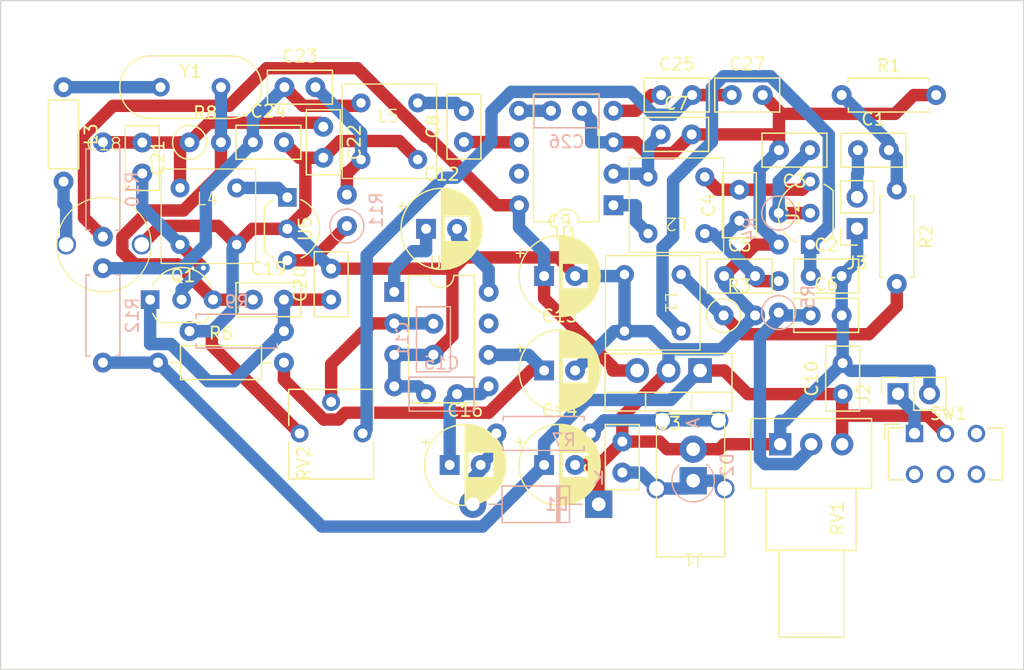
<source format=kicad_pcb>
(kicad_pcb (version 20221018) (generator pcbnew)
  (layers (0 "F.Cu" signal) (31 "B.Cu" signal) (34 "B.Paste" user) (35 "F.Paste" user) (36 "B.SilkS" user "B.Silkscreen") (37 "F.SilkS" user "F.Silkscreen") (38 "B.Mask" user) (39 "F.Mask" user) (44 "Edge.Cuts" user))
  (net 0 "")
  (net 1 "Net-(J3-Pin_2)")
  (net 2 "Net-(C1-Pad2)")
  (net 3 "Net-(U2-G)")
  (net 4 "GND")
  (net 5 "Net-(U2-S)")
  (net 6 "Net-(C4-Pad1)")
  (net 7 "Net-(U2-D)")
  (net 8 "Net-(C6-Pad1)")
  (net 9 "Net-(U1-IN_B)")
  (net 10 "Net-(U1-OSC_B)")
  (net 11 "Lo.")
  (net 12 "5v")
  (net 13 "9v")
  (net 14 "Net-(U4--)")
  (net 15 "Net-(C12-Pad1)")
  (net 16 "Net-(C12-Pad2)")
  (net 17 "Net-(U4-V+)")
  (net 18 "Net-(C15-Pad1)")
  (net 19 "Net-(D1-A)")
  (net 20 "Net-(C18-Pad1)")
  (net 21 "Net-(Q1-B)")
  (net 22 "Net-(Q1-E)")
  (net 23 "Net-(C21-Pad1)")
  (net 24 "Net-(Q1-C)")
  (net 25 "Net-(C23-Pad1)")
  (net 26 "Net-(C23-Pad2)")
  (net 27 "Net-(U1-OUT_A)")
  (net 28 "AF")
  (net 29 "Net-(U1-OUT_B)")
  (net 30 "Net-(J1-Pad2)")
  (net 31 "Net-(J2-Pin_1)")
  (net 32 "Net-(L1-Pad2)")
  (net 33 "Net-(U1-IN_A)")
  (net 34 "Net-(L3-Pad1)")
  (net 35 "Net-(U5-G)")
  (net 36 "Net-(U5-D)")
  (footprint "Package_TO_SOT_THT:TO-92_Inline_Wide" (layer "F.Cu") (at 91.36 43.18 90)
    (fp_text reference "U2")
    (fp_text value "2SK439")
  )
  (footprint "Capacitor_THT:C_Disc_D5.0mm_W2.5mm_P2.50mm" (layer "F.Cu") (at 91.34 35.56 180)
    (fp_text reference "C3")
    (fp_text value "0.001u")
  )
  (footprint "Package_TO_SOT_THT:TO-220-3_Vertical" (layer "F.Cu") (at 82.47 53.34 180)
    (fp_text reference "U3")
    (fp_text value "L7805")
  )
  (footprint "Package_DIP:DIP-8_W7.62mm" (layer "F.Cu") (at 75.485 40.005 180)
    (fp_text reference "U1")
    (fp_text value "NE612")
  )
  (footprint "Capacitor_THT:C_Disc_D5.0mm_W2.5mm_P2.50mm" (layer "F.Cu") (at 93.98 55.245 90)
    (fp_text reference "C10")
    (fp_text value "0.1u")
  )
  (footprint "Potentiometer_THT:Potentiometer_Vishay_T73YP_Vertical" (layer "F.Cu") (at 55.245 58.42 90)
    (fp_text reference "RV2")
    (fp_text value "10k")
  )
  (footprint "Capacitor_THT:C_Disc_D5.0mm_W2.5mm_P2.50mm" (layer "F.Cu") (at 76.2 61.575 90)
    (fp_text reference "C17")
    (fp_text value "0.001u")
  )
  (footprint "Capacitor_THT:C_Disc_D5.0mm_W2.5mm_P2.50mm" (layer "F.Cu") (at 46.395 47.625)
    (fp_text reference "C19")
    (fp_text value "100u")
  )
  (footprint "Package_TO_SOT_THT:TO-92_Inline_Wide" (layer "F.Cu") (at 38.1 47.625)
    (fp_text reference "Q1")
    (fp_text value "2SC1906")
  )
  (footprint "Capacitor_THT:CP_Radial_D6.3mm_P2.50mm" (layer "F.Cu") (at 69.89 60.96)
    (fp_text reference "C14")
    (fp_text value "470u")
  )
  (footprint "Library:FCZ" (layer "F.Cu") (at 80.565 41.275 180)
    (fp_text reference "L2")
    (fp_text value "07S144")
  )
  (footprint "Resistor_THT:R_Axial_DIN0207_L6.3mm_D2.5mm_P2.54mm_Vertical" (layer "F.Cu") (at 41.275 34.925)
    (fp_text reference "R8")
    (fp_text value "100k")
  )
  (footprint "Library:c_trim" (layer "F.Cu") (at 34.37 43.18)
    (fp_text reference "C18")
    (fp_text value "30p")
  )
  (footprint "Resistor_THT:R_Axial_DIN0207_L6.3mm_D2.5mm_P7.62mm_Horizontal" (layer "F.Cu") (at 93.9 31.115)
    (fp_text reference "R1")
    (fp_text value "300")
  )
  (footprint "Capacitor_THT:C_Disc_D5.0mm_W2.5mm_P2.50mm" (layer "F.Cu") (at 52.07 33.675 -90)
    (fp_text reference "C22")
    (fp_text value "0.01u")
  )
  (footprint "Capacitor_THT:C_Disc_D5.0mm_W2.5mm_P2.50mm" (layer "F.Cu") (at 95.21 35.56)
    (fp_text reference "C1")
    (fp_text value "0.001u")
  )
  (footprint "Capacitor_THT:C_Disc_D5.0mm_W2.5mm_P2.50mm" (layer "F.Cu") (at 52.705 47.625 90)
    (fp_text reference "C20")
    (fp_text value "150u")
  )
  (footprint "Inductor_THT:L_Axial_L5.3mm_D2.2mm_P7.62mm_Horizontal_Vishay_IM-1" (layer "F.Cu") (at 31.115 30.48 -90)
    (fp_text reference "L3")
    (fp_text value "10uH")
  )
  (footprint "Capacitor_THT:CP_Radial_D6.3mm_P2.50mm" (layer "F.Cu") (at 62.27 60.96)
    (fp_text reference "C16")
    (fp_text value "100u")
  )
  (footprint "Capacitor_THT:C_Disc_D5.0mm_W2.5mm_P2.50mm" (layer "F.Cu") (at 79.335 31.115)
    (fp_text reference "C25")
    (fp_text value "0.1u")
  )
  (footprint "Resistor_THT:R_Axial_DIN0207_L6.3mm_D2.5mm_P7.62mm_Horizontal" (layer "F.Cu") (at 98.345 38.735 -90)
    (fp_text reference "R2")
    (fp_text value "18")
  )
  (footprint "Capacitor_THT:C_Disc_D5.0mm_W2.5mm_P2.50mm" (layer "F.Cu") (at 85.645 41.255 90)
    (fp_text reference "C4")
    (fp_text value "5")
  )
  (footprint "Package_DIP:DIP-8_W7.62mm" (layer "F.Cu") (at 57.795 47)
    (fp_text reference "U4")
    (fp_text value "LM386")
  )
  (footprint "Capacitor_THT:CP_Radial_D6.3mm_P2.50mm" (layer "F.Cu") (at 69.89 45.72)
    (fp_text reference "C9")
    (fp_text value "47u")
  )
  (footprint "Package_TO_SOT_THT:TO-92_Inline_Wide" (layer "F.Cu") (at 49.17 39.37 -90)
    (fp_text reference "U5")
    (fp_text value "2SK439")
  )
  (footprint "Potentiometer_THT:Potentiometer_Alps_RK09Y11_Single_Horizontal" (layer "F.Cu") (at 88.94 59.29 90)
    (fp_text reference "RV1")
    (fp_text value "5k")
  )
  (footprint "Capacitor_THT:C_Disc_D5.0mm_W2.5mm_P2.50mm" (layer "F.Cu") (at 48.935 30.48)
    (fp_text reference "C23")
    (fp_text value "5u")
  )
  (footprint "Capacitor_THT:C_Disc_D5.0mm_W2.5mm_P2.50mm" (layer "F.Cu") (at 63.42 34.905 90)
    (fp_text reference "C8")
    (fp_text value "0.001u")
  )
  (footprint "Resistor_THT:R_Axial_DIN0207_L6.3mm_D2.5mm_P2.54mm_Vertical" (layer "F.Cu") (at 84.375 48.895)
    (fp_text reference "R3")
    (fp_text value "300")
  )
  (footprint "Capacitor_THT:CP_Radial_D6.3mm_P2.50mm" (layer "F.Cu") (at 60.365 41.91)
    (fp_text reference "C12")
    (fp_text value "10u")
  )
  (footprint "Resistor_THT:R_Axial_DIN0207_L6.3mm_D2.5mm_P10.16mm_Horizontal" (layer "F.Cu") (at 38.735 52.705)
    (fp_text reference "R6")
    (fp_text value "100")
  )
  (footprint "Library:FCZ" (layer "F.Cu") (at 79.93 47.879 -90)
    (fp_text reference "L1")
    (fp_text value "07S144")
  )
  (footprint "Library:2.5jack" (layer "F.Cu") (at 81.955 62.615 180)
    (fp_text reference "J1")
    (fp_text value "Jack-DC")
  )
  (footprint "Capacitor_THT:C_Disc_D5.0mm_W2.5mm_P2.50mm" (layer "F.Cu") (at 91.4 48.895)
    (fp_text reference "C6")
    (fp_text value "0.001u")
  )
  (footprint "Capacitor_THT:C_Disc_D5.0mm_W2.5mm_P2.50mm" (layer "F.Cu") (at 46.395 34.925)
    (fp_text reference "C24")
    (fp_text value "0.001u")
  )
  (footprint "Connector_PinSocket_2.54mm:PinSocket_1x02_P2.54mm_Vertical" (layer "F.Cu") (at 95.145 41.89 180)
    (fp_text reference "J3")
    (fp_text value "ant")
  )
  (footprint "Crystal:Crystal_HC49-4H_Vertical" (layer "F.Cu") (at 38.935 30.48)
    (fp_text reference "Y1")
    (fp_text value "16MHz")
  )
  (footprint "Library:FCZ" (layer "F.Cu") (at 42.799 39.624)
    (fp_text reference "L4")
    (fp_text value "07S50")
  )
  (footprint "Connector_PinSocket_2.54mm:PinSocket_1x02_P2.54mm_Vertical" (layer "F.Cu") (at 98.445 55.22 90)
    (fp_text reference "J2")
    (fp_text value "batt")
  )
  (footprint "Capacitor_THT:C_Disc_D5.0mm_W2.5mm_P2.50mm" (layer "F.Cu") (at 85.03 31.115)
    (fp_text reference "C27")
    (fp_text value "0.047u")
  )
  (footprint "Capacitor_THT:C_Disc_D5.0mm_W2.5mm_P2.50mm" (layer "F.Cu") (at 84.415 45.72)
    (fp_text reference "C5")
    (fp_text value "0.001u")
  )
  (footprint "Capacitor_THT:C_Disc_D5.0mm_W2.5mm_P2.50mm" (layer "F.Cu") (at 79.295 34.29)
    (fp_text reference "C7")
    (fp_text value "0.001u")
  )
  (footprint "Capacitor_THT:C_Disc_D5.0mm_W2.5mm_P2.50mm" (layer "F.Cu") (at 91.4 45.72)
    (fp_text reference "C2")
    (fp_text value "3u")
  )
  (footprint "Capacitor_THT:CP_Radial_D6.3mm_P2.50mm" (layer "F.Cu") (at 69.89 53.34)
    (fp_text reference "C13")
    (fp_text value "100u")
  )
  (footprint "Capacitor_THT:C_Disc_D5.0mm_W2.5mm_P2.50mm" (layer "F.Cu") (at 37.465 34.945 -90)
    (fp_text reference "C21")
    (fp_text value "15u")
  )
  (footprint "Library:FCZ" (layer "F.Cu") (at 57.404 32.766)
    (fp_text reference "L5")
    (fp_text value "07S144")
  )
  (footprint "Button_Switch_THT:SW_CuK_JS202011CQN_DPDT_Straight" (layer "F.Cu") (at 99.775 58.42)
    (fp_text reference "SW1")
    (fp_text value "SW_SPST")
  )
  (footprint "Resistor_THT:R_Axial_DIN0207_L6.3mm_D2.5mm_P2.54mm_Vertical" (layer "B.Cu") (at 88.82 40.64 -90)
    (fp_text reference "R4")
    (fp_text value "100")
  )
  (footprint "Resistor_THT:R_Axial_DIN0207_L6.3mm_D2.5mm_P7.62mm_Horizontal" (layer "B.Cu") (at 66.04 58.42)
    (fp_text reference "R7")
    (fp_text value "10")
  )
  (footprint "Diode_THT:D_DO-41_SOD81_P10.16mm_Horizontal" (layer "B.Cu") (at 74.295 64.135 180)
    (fp_text reference "D1")
    (fp_text value "1S1588")
  )
  (footprint "Resistor_THT:R_Axial_DIN0207_L6.3mm_D2.5mm_P2.54mm_Vertical" (layer "B.Cu") (at 88.82 48.67 90)
    (fp_text reference "R5")
    (fp_text value "100")
  )
  (footprint "Capacitor_THT:C_Disc_D5.0mm_W2.5mm_P2.50mm" (layer "B.Cu") (at 60.96 49.57 -90)
    (fp_text reference "C11")
    (fp_text value "0.01u")
  )
  (footprint "Capacitor_THT:C_Disc_D5.0mm_W2.5mm_P2.50mm" (layer "B.Cu") (at 70.445 32.385)
    (fp_text reference "C26")
    (fp_text value "0.1u")
  )
  (footprint "Capacitor_THT:C_Disc_D5.0mm_W2.5mm_P2.50mm" (layer "B.Cu") (at 62.865 55.245 180)
    (fp_text reference "C15")
    (fp_text value "0.1u")
  )
  (footprint "Resistor_THT:R_Axial_DIN0207_L6.3mm_D2.5mm_P2.54mm_Vertical" (layer "B.Cu") (at 53.975 41.685 90)
    (fp_text reference "R11")
    (fp_text value "100")
  )
  (footprint "Resistor_THT:R_Axial_DIN0207_L6.3mm_D2.5mm_P7.62mm_Horizontal" (layer "B.Cu") (at 34.29 52.705 90)
    (fp_text reference "R12")
    (fp_text value "100")
  )
  (footprint "Diode_THT:D_DO-41_SOD81_P2.54mm_Vertical_AnodeUp" (layer "B.Cu") (at 81.915 62.23 90)
    (fp_text reference "D2")
    (fp_text value "1S1588")
  )
  (footprint "Resistor_THT:R_Axial_DIN0207_L6.3mm_D2.5mm_P7.62mm_Horizontal" (layer "B.Cu") (at 48.895 50.165 180)
    (fp_text reference "R9")
    (fp_text value "1k")
  )
  (footprint "Resistor_THT:R_Axial_DIN0207_L6.3mm_D2.5mm_P7.62mm_Horizontal" (layer "B.Cu") (at 34.29 42.545 90)
    (fp_text reference "R10")
    (fp_text value "100")
  )
  (gr_rect (start 26.035 23.495) (end 108.585 77.47) (stroke (width 0.1)) (fill none) (layer "Edge.Cuts"))
  (segment (start 95.21 37.435) (end 95.145 37.5) (width 1) (layer "B.Cu") (net 1))
  (segment (start 95.21 35.56) (end 95.21 37.435) (width 1) (layer "B.Cu") (net 1))
  (segment (start 95.145 39.35) (end 95.145 37.5) (width 1) (layer "B.Cu") (net 1))
  (segment (start 93.9 31.115) (end 97.71 34.925) (width 1) (layer "B.Cu") (net 2))
  (segment (start 97.71 35.56) (end 98.345 36.195) (width 1) (layer "B.Cu") (net 2))
  (segment (start 97.71 34.925) (end 97.71 35.56) (width 1) (layer "B.Cu") (net 2))
  (segment (start 98.345 36.195) (end 98.345 38.735) (width 1) (layer "B.Cu") (net 2))
  (segment (start 88.1493 29.5963) (end 92.857 34.304) (width 1) (layer "B.Cu") (net 3))
  (segment (start 92.857 41.683) (end 91.36 43.18) (width 1) (layer "B.Cu") (net 3))
  (segment (start 92.857 34.304) (end 92.857 41.683) (width 1) (layer "B.Cu") (net 3))
  (segment (start 80.946 50.165) (end 79.444 48.663) (width 1) (layer "B.Cu") (net 3))
  (segment (start 83.4325 34.8823) (end 83.4325 30.5214) (width 1) (layer "B.Cu") (net 3))
  (segment (start 79.444 48.663) (end 79.444 43.4109) (width 1) (layer "B.Cu") (net 3))
  (segment (start 80.296 42.5589) (end 80.296 38.0188) (width 1) (layer "B.Cu") (net 3))
  (segment (start 91.4 45.72) (end 91.36 45.68) (width 1) (layer "B.Cu") (net 3))
  (segment (start 84.3576 29.5963) (end 88.1493 29.5963) (width 1) (layer "B.Cu") (net 3))
  (segment (start 79.444 43.4109) (end 80.296 42.5589) (width 1) (layer "B.Cu") (net 3))
  (segment (start 91.36 45.68) (end 91.36 43.18) (width 1) (layer "B.Cu") (net 3))
  (segment (start 80.296 38.0188) (end 83.4325 34.8823) (width 1) (layer "B.Cu") (net 3))
  (segment (start 83.4325 30.5214) (end 84.3576 29.5963) (width 1) (layer "B.Cu") (net 3))
  (segment (start 72.39 45.5948) (end 72.39 45.72) (width 1) (layer "F.Cu") (net 4))
  (segment (start 62.4914 45.1965) (end 62.4914 50.5386) (width 1) (layer "F.Cu") (net 4))
  (segment (start 88.84 35.56) (end 88.84 34.29) (width 1) (layer "F.Cu") (net 4))
  (segment (start 79.2 59.075) (end 79.815 59.69) (width 1) (layer "F.Cu") (net 4))
  (segment (start 53.4238 34.8212) (end 52.07 36.175) (width 1) (layer "F.Cu") (net 4))
  (segment (start 74.315 60.96) (end 74.295 60.96) (width 1) (layer "F.Cu") (net 4))
  (segment (start 98.2037 32.6313) (end 99.72 31.115) (width 1) (layer "F.Cu") (net 4))
  (segment (start 88.84 34.29) (end 88.84 32.8376) (width 1) (layer "F.Cu") (net 4))
  (segment (start 62.4914 45.1965) (end 63.4698 44.2181) (width 1) (layer "F.Cu") (net 4))
  (segment (start 76.374 50.165) (end 76.247 50.038) (width 1) (layer "F.Cu") (net 4))
  (segment (start 50.6262 36.175) (end 50.145 36.175) (width 1) (layer "F.Cu") (net 4))
  (segment (start 62.4914 50.5386) (end 60.96 52.07) (width 1) (layer "F.Cu") (net 4))
  (segment (start 62.4199 45.125) (end 62.4914 45.1965) (width 1) (layer "F.Cu") (net 4))
  (segment (start 41.275 50.165) (end 43.075 50.165) (width 1) (layer "F.Cu") (net 4))
  (segment (start 79.93 53.34) (end 76.2 57.07) (width 1) (layer "F.Cu") (net 4))
  (segment (start 74.295 60.96) (end 74.295 62.035) (width 1) (layer "F.Cu") (net 4))
  (segment (start 52.07 36.175) (end 50.6262 36.175) (width 1) (layer "F.Cu") (net 4))
  (segment (start 50.6262 40.4538) (end 49.17 41.91) (width 1) (layer "F.Cu") (net 4))
  (segment (start 75.485 34.925) (end 77.285 34.925) (width 1) (layer "F.Cu") (net 4))
  (segment (start 77.285 34.925) (end 78.1587 35.7987) (width 1) (layer "F.Cu") (net 4))
  (segment (start 84.415 45.72) (end 86.955 43.18) (width 1) (layer "F.Cu") (net 4))
  (segment (start 78.1587 35.7987) (end 80.2863 35.7987) (width 1) (layer "F.Cu") (net 4))
  (segment (start 80.2863 35.7987) (end 81.795 34.29) (width 1) (layer "F.Cu") (net 4))
  (segment (start 88.84 32.8376) (end 89.0463 32.6313) (width 1) (layer "F.Cu") (net 4))
  (segment (start 58.1892 34.8212) (end 53.4238 34.8212) (width 1) (layer "F.Cu") (net 4))
  (segment (start 43.5782 41.6732) (end 45.085 43.18) (width 1) (layer "F.Cu") (net 4))
  (segment (start 86.955 43.18) (end 88.82 43.18) (width 1) (layer "F.Cu") (net 4))
  (segment (start 74.295 60.96) (end 72.39 60.96) (width 1) (layer "F.Cu") (net 4))
  (segment (start 76.2 59.075) (end 74.315 60.96) (width 1) (layer "F.Cu") (net 4))
  (segment (start 71.0133 44.2181) (end 72.39 45.5948) (width 1) (layer "F.Cu") (net 4))
  (segment (start 88.84 34.29) (end 81.795 34.29) (width 1) (layer "F.Cu") (net 4))
  (segment (start 63.4698 44.2181) (end 71.0133 44.2181) (width 1) (layer "F.Cu") (net 4))
  (segment (start 59.69 36.322) (end 58.1892 34.8212) (width 1) (layer "F.Cu") (net 4))
  (segment (start 38.9248 41.6732) (end 43.5782 41.6732) (width 1) (layer "F.Cu") (net 4))
  (segment (start 52.705 45.125) (end 62.4199 45.125) (width 1) (layer "F.Cu") (net 4))
  (segment (start 50.145 36.175) (end 48.895 34.925) (width 1) (layer "F.Cu") (net 4))
  (segment (start 81.915 59.69) (end 84.015 59.69) (width 1) (layer "F.Cu") (net 4))
  (segment (start 37.418 43.18) (end 38.9248 41.6732) (width 1) (layer "F.Cu") (net 4))
  (segment (start 84.415 59.29) (end 84.015 59.69) (width 1) (layer "F.Cu") (net 4))
  (segment (start 101.52 31.115) (end 99.72 31.115) (width 1) (layer "F.Cu") (net 4))
  (segment (start 49.17 41.91) (end 46.355 41.91) (width 1) (layer "F.Cu") (net 4))
  (segment (start 76.247 45.72) (end 76.374 45.593) (width 1) (layer "F.Cu") (net 4))
  (segment (start 87.53 31.115) (end 89.0463 32.6313) (width 1) (layer "F.Cu") (net 4))
  (segment (start 50.6262 36.175) (end 50.6262 40.4538) (width 1) (layer "F.Cu") (net 4))
  (segment (start 76.2 57.07) (end 76.2 59.075) (width 1) (layer "F.Cu") (net 4))
  (segment (start 60.365 55.245) (end 60.22 55.245) (width 1) (layer "F.Cu") (net 4))
  (segment (start 76.2 59.075) (end 79.2 59.075) (width 1) (layer "F.Cu") (net 4))
  (segment (start 88.94 59.29) (end 84.415 59.29) (width 1) (layer "F.Cu") (net 4))
  (segment (start 43.075 51.33) (end 50.165 58.42) (width 1) (layer "F.Cu") (net 4))
  (segment (start 43.075 50.165) (end 43.075 51.33) (width 1) (layer "F.Cu") (net 4))
  (segment (start 81.915 59.69) (end 79.815 59.69) (width 1) (layer "F.Cu") (net 4))
  (segment (start 89.0463 32.6313) (end 98.2037 32.6313) (width 1) (layer "F.Cu") (net 4))
  (segment (start 74.295 64.135) (end 74.295 62.035) (width 1) (layer "F.Cu") (net 4))
  (segment (start 46.355 41.91) (end 45.085 43.18) (width 1) (layer "F.Cu") (net 4))
  (segment (start 72.945 32.385) (end 73.685 33.125) (width 1) (layer "B.Cu") (net 4))
  (segment (start 79.93 51.6289) (end 84.1811 51.6289) (width 1) (layer "B.Cu") (net 4))
  (segment (start 89.335 57.39) (end 88.94 57.39) (width 1) (layer "B.Cu") (net 4))
  (segment (start 76.247 45.72) (end 76.374 45.593) (width 1) (layer "B.Cu") (net 4))
  (segment (start 76.374 45.593) (end 76.374 50.165) (width 1) (layer "B.Cu") (net 4))
  (segment (start 43.075 50.165) (end 44.7522 48.4878) (width 1) (layer "B.Cu") (net 4))
  (segment (start 93.9 45.72) (end 93.9 48.895) (width 1) (layer "B.Cu") (net 4))
  (segment (start 93.98 52.745) (end 89.335 57.39) (width 1) (layer "B.Cu") (net 4))
  (segment (start 88.94 59.29) (end 88.94 57.39) (width 1) (layer "B.Cu") (net 4))
  (segment (start 52.705 45.125) (end 49.49 41.91) (width 1) (layer "B.Cu") (net 4))
  (segment (start 93.9 45.72) (end 95.145 44.475) (width 1) (layer "B.Cu") (net 4))
  (segment (start 73.685 33.125) (end 73.685 34.925) (width 1) (layer "B.Cu") (net 4))
  (segment (start 84.1811 51.6289) (end 86.915 48.895) (width 1) (layer "B.Cu") (net 4))
  (segment (start 84.415 45.72) (end 84.415 46.395) (width 1) (layer "B.Cu") (net 4))
  (segment (start 57.795 54.62) (end 57.795 52.08) (width 1) (layer "B.Cu") (net 4))
  (segment (start 87.2833 41.6433) (end 88.82 43.18) (width 1) (layer "B.Cu") (net 4))
  (segment (start 95.145 41.89) (end 95.145 43.74) (width 1) (layer "B.Cu") (net 4))
  (segment (start 75.565 50.165) (end 76.374 50.165) (width 1) (layer "B.Cu") (net 4))
  (segment (start 75.485 34.925) (end 73.685 34.925) (width 1) (layer "B.Cu") (net 4))
  (segment (start 78.4661 50.165) (end 79.93 51.6289) (width 1) (layer "B.Cu") (net 4))
  (segment (start 72.39 45.72) (end 76.247 45.72) (width 1) (layer "B.Cu") (net 4))
  (segment (start 59.74 54.62) (end 60.365 55.245) (width 1) (layer "B.Cu") (net 4))
  (segment (start 93.9 48.895) (end 93.98 48.975) (width 1) (layer "B.Cu") (net 4))
  (segment (start 93.98 48.975) (end 93.98 52.745) (width 1) (layer "B.Cu") (net 4))
  (segment (start 72.39 53.34) (end 75.565 50.165) (width 1) (layer "B.Cu") (net 4))
  (segment (start 44.7522 43.5128) (end 45.085 43.18) (width 1) (layer "B.Cu") (net 4))
  (segment (start 94.605 53.37) (end 93.98 52.745) (width 1) (layer "B.Cu") (net 4))
  (segment (start 79.93 53.34) (end 79.93 51.838) (width 1) (layer "B.Cu") (net 4))
  (segment (start 76.374 50.165) (end 78.4661 50.165) (width 1) (layer "B.Cu") (net 4))
  (segment (start 100.985 53.37) (end 94.605 53.37) (width 1) (layer "B.Cu") (net 4))
  (segment (start 88.84 35.56) (end 87.2833 37.1167) (width 1) (layer "B.Cu") (net 4))
  (segment (start 49.49 41.91) (end 49.17 41.91) (width 1) (layer "B.Cu") (net 4))
  (segment (start 84.415 46.395) (end 86.915 48.895) (width 1) (layer "B.Cu") (net 4))
  (segment (start 57.795 54.62) (end 59.74 54.62) (width 1) (layer "B.Cu") (net 4))
  (segment (start 79.93 51.6289) (end 79.93 51.838) (width 1) (layer "B.Cu") (net 4))
  (segment (start 100.985 55.22) (end 100.985 53.37) (width 1) (layer "B.Cu") (net 4))
  (segment (start 44.7522 48.4878) (end 44.7522 43.5128) (width 1) (layer "B.Cu") (net 4))
  (segment (start 60.95 52.08) (end 60.96 52.07) (width 1) (layer "B.Cu") (net 4))
  (segment (start 95.145 44.475) (end 95.145 43.74) (width 1) (layer "B.Cu") (net 4))
  (segment (start 57.795 52.08) (end 60.95 52.08) (width 1) (layer "B.Cu") (net 4))
  (segment (start 87.2833 37.1167) (end 87.2833 41.6433) (width 1) (layer "B.Cu") (net 4))
  (segment (start 41.275 50.165) (end 43.075 50.165) (width 1) (layer "B.Cu") (net 4))
  (segment (start 91.36 40.64) (end 88.82 40.64) (width 1) (layer "F.Cu") (net 5))
  (segment (start 91.34 35.56) (end 88.82 38.08) (width 1) (layer "B.Cu") (net 5))
  (segment (start 88.82 38.08) (end 88.82 40.64) (width 1) (layer "B.Cu") (net 5))
  (segment (start 86.915 45.72) (end 87.02 45.825) (width 1) (layer "F.Cu") (net 6))
  (segment (start 88.82 46.13) (end 87.02 46.13) (width 1) (layer "F.Cu") (net 6))
  (segment (start 87.02 45.825) (end 87.02 46.13) (width 1) (layer "F.Cu") (net 6))
  (segment (start 82.851 42.291) (end 83.486 42.291) (width 1) (layer "B.Cu") (net 6))
  (segment (start 83.486 42.291) (end 84.0475 42.8525) (width 1) (layer "B.Cu") (net 6))
  (segment (start 85.645 41.255) (end 84.0475 42.8525) (width 1) (layer "B.Cu") (net 6))
  (segment (start 84.0475 42.8525) (end 86.915 45.72) (width 1) (layer "B.Cu") (net 6))
  (segment (start 91.36 38.1) (end 90.705 38.755) (width 1) (layer "F.Cu") (net 7))
  (segment (start 85.645 38.755) (end 83.887 38.755) (width 1) (layer "F.Cu") (net 7))
  (segment (start 83.887 38.755) (end 82.851 37.719) (width 1) (layer "F.Cu") (net 7))
  (segment (start 90.705 38.755) (end 85.645 38.755) (width 1) (layer "F.Cu") (net 7))
  (segment (start 87.7291 60.8919) (end 87.3031 60.4659) (width 1) (layer "B.Cu") (net 8))
  (segment (start 87.3031 60.4659) (end 87.3031 50.6369) (width 1) (layer "B.Cu") (net 8))
  (segment (start 91.4 48.895) (end 89.045 48.895) (width 1) (layer "B.Cu") (net 8))
  (segment (start 87.3031 50.6369) (end 89.045 48.895) (width 1) (layer "B.Cu") (net 8))
  (segment (start 89.045 48.895) (end 88.82 48.67) (width 1) (layer "B.Cu") (net 8))
  (segment (start 91.44 59.5901) (end 90.1382 60.8919) (width 1) (layer "B.Cu") (net 8))
  (segment (start 91.44 59.29) (end 91.44 59.5901) (width 1) (layer "B.Cu") (net 8))
  (segment (start 90.1382 60.8919) (end 87.7291 60.8919) (width 1) (layer "B.Cu") (net 8))
  (segment (start 75.485 37.465) (end 77.285 37.465) (width 1) (layer "B.Cu") (net 9))
  (segment (start 78.279 35.306) (end 78.279 37.465) (width 1) (layer "B.Cu") (net 9))
  (segment (start 78.279 37.465) (end 77.285 37.465) (width 1) (layer "B.Cu") (net 9))
  (segment (start 79.295 34.29) (end 78.279 35.306) (width 1) (layer "B.Cu") (net 9))
  (segment (start 78.279 37.465) (end 78.279 37.719) (width 1) (layer "B.Cu") (net 9))
  (segment (start 63.42 34.905) (end 66.045 34.905) (width 1) (layer "F.Cu") (net 10))
  (segment (start 67.865 34.925) (end 66.065 34.925) (width 1) (layer "F.Cu") (net 10))
  (segment (start 66.045 34.905) (end 66.065 34.925) (width 1) (layer "F.Cu") (net 10))
  (segment (start 62.765 31.75) (end 63.42 32.405) (width 1) (layer "B.Cu") (net 11))
  (segment (start 59.69 31.75) (end 62.765 31.75) (width 1) (layer "B.Cu") (net 11))
  (segment (start 35.0974 31.9851) (end 44.4633 31.9851) (width 1) (layer "F.Cu") (net 12))
  (segment (start 77.39 53.34) (end 75.4375 53.34) (width 1) (layer "F.Cu") (net 12))
  (segment (start 60.5401 34.48) (end 60.5401 34.4801) (width 1) (layer "F.Cu") (net 12))
  (segment (start 47.4989 28.9495) (end 54.8193 28.9495) (width 1) (layer "F.Cu") (net 12))
  (segment (start 32.7615 41.0165) (end 32.7615 34.321) (width 1) (layer "F.Cu") (net 12))
  (segment (start 32.7615 34.321) (end 35.0974 31.9851) (width 1) (layer "F.Cu") (net 12))
  (segment (start 54.8193 28.9495) (end 60.3498 34.48) (width 1) (layer "F.Cu") (net 12))
  (segment (start 69.89 45.72) (end 69.89 47.52) (width 1) (layer "F.Cu") (net 12))
  (segment (start 60.5401 34.4801) (end 66.065 40.005) (width 1) (layer "F.Cu") (net 12))
  (segment (start 60.3498 34.48) (end 60.5401 34.48) (width 1) (layer "F.Cu") (net 12))
  (segment (start 34.29 42.545) (end 32.7615 41.0165) (width 1) (layer "F.Cu") (net 12))
  (segment (start 44.4633 31.9851) (end 47.4989 28.9495) (width 1) (layer "F.Cu") (net 12))
  (segment (start 67.865 40.005) (end 66.065 40.005) (width 1) (layer "F.Cu") (net 12))
  (segment (start 75.4375 53.0675) (end 75.4375 53.34) (width 1) (layer "F.Cu") (net 12))
  (segment (start 69.89 47.52) (end 75.4375 53.0675) (width 1) (layer "F.Cu") (net 12))
  (segment (start 67.865 40.005) (end 67.865 41.805) (width 1) (layer "B.Cu") (net 12))
  (segment (start 69.89 43.83) (end 67.865 41.805) (width 1) (layer "B.Cu") (net 12))
  (segment (start 69.89 45.72) (end 69.89 43.83) (width 1) (layer "B.Cu") (net 12))
  (segment (start 93.94 55.245) (end 93.94 56.9903) (width 1) (layer "F.Cu") (net 13))
  (segment (start 82.47 53.34) (end 84.4225 53.34) (width 1) (layer "F.Cu") (net 13))
  (segment (start 93.98 55.245) (end 93.94 55.245) (width 1) (layer "F.Cu") (net 13))
  (segment (start 93.94 56.9903) (end 93.94 59.29) (width 1) (layer "F.Cu") (net 13))
  (segment (start 100.8453 56.9903) (end 102.275 58.42) (width 1) (layer "F.Cu") (net 13))
  (segment (start 86.3275 55.245) (end 84.4225 53.34) (width 1) (layer "F.Cu") (net 13))
  (segment (start 93.94 55.245) (end 86.3275 55.245) (width 1) (layer "F.Cu") (net 13))
  (segment (start 93.94 56.9903) (end 100.8453 56.9903) (width 1) (layer "F.Cu") (net 13))
  (segment (start 69.89 60.96) (end 69.89 59.16) (width 1) (layer "B.Cu") (net 13))
  (segment (start 69.89 59.16) (end 73.3339 55.7161) (width 1) (layer "B.Cu") (net 13))
  (segment (start 80.0939 55.7161) (end 82.47 53.34) (width 1) (layer "B.Cu") (net 13))
  (segment (start 38.735 52.705) (end 34.29 52.705) (width 1) (layer "B.Cu") (net 13))
  (segment (start 51.965 65.935) (end 38.735 52.705) (width 1) (layer "B.Cu") (net 13))
  (segment (start 73.3339 55.7161) (end 80.0939 55.7161) (width 1) (layer "B.Cu") (net 13))
  (segment (start 69.89 60.96) (end 64.915 65.935) (width 1) (layer "B.Cu") (net 13))
  (segment (start 64.915 65.935) (end 51.965 65.935) (width 1) (layer "B.Cu") (net 13))
  (segment (start 55.995 49.54) (end 52.705 52.83) (width 1) (layer "F.Cu") (net 14))
  (segment (start 57.795 49.54) (end 55.995 49.54) (width 1) (layer "F.Cu") (net 14))
  (segment (start 52.705 52.83) (end 52.705 55.88) (width 1) (layer "F.Cu") (net 14))
  (segment (start 60.93 49.54) (end 60.96 49.57) (width 1) (layer "B.Cu") (net 14))
  (segment (start 57.795 49.54) (end 60.93 49.54) (width 1) (layer "B.Cu") (net 14))
  (segment (start 60.365 41.91) (end 60.365 43.71) (width 1) (layer "B.Cu") (net 15))
  (segment (start 60.365 43.71) (end 59.285 43.71) (width 1) (layer "B.Cu") (net 15))
  (segment (start 59.285 43.71) (end 57.795 45.2) (width 1) (layer "B.Cu") (net 15))
  (segment (start 57.795 47) (end 57.795 45.2) (width 1) (layer "B.Cu") (net 15))
  (segment (start 62.865 41.91) (end 62.865 42.65) (width 1) (layer "B.Cu") (net 16))
  (segment (start 65.415 47) (end 65.415 45.2) (width 1) (layer "B.Cu") (net 16))
  (segment (start 62.865 42.65) (end 65.415 45.2) (width 1) (layer "B.Cu") (net 16))
  (segment (start 68.8283 53.34) (end 69.89 53.34) (width 1) (layer "F.Cu") (net 17))
  (segment (start 65.4196 56.7487) (end 68.8283 53.34) (width 1) (layer "F.Cu") (net 17))
  (segment (start 53.844484 56.7487) (end 65.4196 56.7487) (width 1) (layer "F.Cu") (net 17))
  (segment (start 53.293184 57.3) (end 53.844484 56.7487) (width 1) (layer "F.Cu") (net 17))
  (segment (start 52.116816 57.3) (end 53.293184 57.3) (width 1) (layer "F.Cu") (net 17))
  (segment (start 48.895 52.705) (end 48.895 54.078184) (width 1) (layer "F.Cu") (net 17))
  (segment (start 48.895 54.078184) (end 52.116816 57.3) (width 1) (layer "F.Cu") (net 17))
  (segment (start 68.63 52.08) (end 69.89 53.34) (width 1) (layer "B.Cu") (net 17))
  (segment (start 65.415 52.08) (end 68.63 52.08) (width 1) (layer "B.Cu") (net 17))
  (segment (start 62.865 55.245) (end 62.99 55.245) (width 1) (layer "F.Cu") (net 18))
  (segment (start 62.27 55.84) (end 62.865 55.245) (width 1) (layer "B.Cu") (net 18))
  (segment (start 62.865 55.245) (end 64.79 55.245) (width 1) (layer "B.Cu") (net 18))
  (segment (start 64.79 55.245) (end 65.415 54.62) (width 1) (layer "B.Cu") (net 18))
  (segment (start 62.27 60.96) (end 62.27 55.84) (width 1) (layer "B.Cu") (net 18))
  (segment (start 79.18 62.865) (end 78.955 62.865) (width 1) (layer "F.Cu") (net 19))
  (segment (start 81.28 62.865) (end 81.915 62.23) (width 1) (layer "B.Cu") (net 19))
  (segment (start 84.455 62.865) (end 84.015 62.425) (width 1) (layer "B.Cu") (net 19))
  (segment (start 64.135 64.135) (end 64.135 62.035) (width 1) (layer "B.Cu") (net 19))
  (segment (start 78.955 62.865) (end 81.28 62.865) (width 1) (layer "B.Cu") (net 19))
  (segment (start 84.015 62.425) (end 84.015 62.23) (width 1) (layer "B.Cu") (net 19))
  (segment (start 81.915 62.23) (end 84.015 62.23) (width 1) (layer "B.Cu") (net 19))
  (segment (start 76.2 61.575) (end 77.665 61.575) (width 1) (layer "B.Cu") (net 19))
  (segment (start 64.77 60.96) (end 64.77 61.4) (width 1) (layer "B.Cu") (net 19))
  (segment (start 64.77 61.4) (end 64.135 62.035) (width 1) (layer "B.Cu") (net 19))
  (segment (start 64.77 60.96) (end 66.04 59.69) (width 1) (layer "B.Cu") (net 19))
  (segment (start 77.665 61.575) (end 78.955 62.865) (width 1) (layer "B.Cu") (net 19))
  (segment (start 66.04 59.69) (end 66.04 58.42) (width 1) (layer "B.Cu") (net 19))
  (segment (start 31.115 38.1) (end 31.115 39.9) (width 1) (layer "B.Cu") (net 20))
  (segment (start 31.322 43.18) (end 31.322 40.107) (width 1) (layer "B.Cu") (net 20))
  (segment (start 31.322 40.107) (end 31.115 39.9) (width 1) (layer "B.Cu") (net 20))
  (segment (start 35.8589 42.5602) (end 37.9908 40.4283) (width 1) (layer "F.Cu") (net 21))
  (segment (start 46.395 47.625) (end 43.18 47.625) (width 1) (layer "F.Cu") (net 21))
  (segment (start 40.79 40.4283) (end 43.815 37.4033) (width 1) (layer "F.Cu") (net 21))
  (segment (start 35.8589 43.7696) (end 35.8589 42.5602) (width 1) (layer "F.Cu") (net 21))
  (segment (start 43.815 37.4033) (end 43.815 34.925) (width 1) (layer "F.Cu") (net 21))
  (segment (start 40.3303 44.7753) (end 36.8646 44.7753) (width 1) (layer "F.Cu") (net 21))
  (segment (start 43.18 47.625) (end 40.3303 44.7753) (width 1) (layer "F.Cu") (net 21))
  (segment (start 37.9908 40.4283) (end 40.79 40.4283) (width 1) (layer "F.Cu") (net 21))
  (segment (start 36.8646 44.7753) (end 35.8589 43.7696) (width 1) (layer "F.Cu") (net 21))
  (segment (start 43.815 34.925) (end 43.815 30.48) (width 1) (layer "B.Cu") (net 21))
  (segment (start 52.705 47.625) (end 48.895 47.625) (width 1) (layer "F.Cu") (net 22))
  (segment (start 38.1 47.625) (end 38.1 51.218679) (width 1) (layer "B.Cu") (net 22))
  (segment (start 38.113679 51.205) (end 39.775 51.205) (width 1) (layer "B.Cu") (net 22))
  (segment (start 48.895 47.625) (end 48.895 50.165) (width 1) (layer "B.Cu") (net 22))
  (segment (start 44.8531 54.2069) (end 48.895 50.165) (width 1) (layer "B.Cu") (net 22))
  (segment (start 38.1 51.218679) (end 38.113679 51.205) (width 1) (layer "B.Cu") (net 22))
  (segment (start 39.775 51.205) (end 42.7769 54.2069) (width 1) (layer "B.Cu") (net 22))
  (segment (start 42.7769 54.2069) (end 44.8531 54.2069) (width 1) (layer "B.Cu") (net 22))
  (segment (start 51.7425 33.3475) (end 42.8525 33.3475) (width 1) (layer "F.Cu") (net 23))
  (segment (start 42.8525 33.3475) (end 41.275 34.925) (width 1) (layer "F.Cu") (net 23))
  (segment (start 34.29 34.925) (end 36.09 34.925) (width 1) (layer "F.Cu") (net 23))
  (segment (start 36.11 34.945) (end 36.09 34.925) (width 1) (layer "F.Cu") (net 23))
  (segment (start 40.533 34.925) (end 40.513 34.945) (width 1) (layer "F.Cu") (net 23))
  (segment (start 37.465 34.945) (end 40.513 34.945) (width 1) (layer "F.Cu") (net 23))
  (segment (start 40.513 34.945) (end 40.513 38.608) (width 1) (layer "F.Cu") (net 23))
  (segment (start 37.465 34.945) (end 36.11 34.945) (width 1) (layer "F.Cu") (net 23))
  (segment (start 52.07 33.675) (end 51.7425 33.3475) (width 1) (layer "F.Cu") (net 23))
  (segment (start 41.275 34.925) (end 40.533 34.925) (width 1) (layer "F.Cu") (net 23))
  (segment (start 42.398 45.065) (end 40.513 43.18) (width 1) (layer "F.Cu") (net 24))
  (via (at 42.398 45.065) (size 0.8) (drill 0.4) (layers "F.Cu" "B.Cu") (net 24))
  (segment (start 37.465 37.445) (end 37.465 40.132) (width 1) (layer "B.Cu") (net 24))
  (segment (start 37.465 40.132) (end 40.513 43.18) (width 1) (layer "B.Cu") (net 24))
  (segment (start 40.64 46.823) (end 42.398 45.065) (width 1) (layer "B.Cu") (net 24))
  (segment (start 40.64 47.625) (end 40.64 46.823) (width 1) (layer "B.Cu") (net 24))
  (segment (start 48.935 30.48) (end 50.4403 31.9853) (width 1) (layer "F.Cu") (net 25))
  (segment (start 54.8827 31.9853) (end 55.118 31.75) (width 1) (layer "F.Cu") (net 25))
  (segment (start 50.4403 31.9853) (end 54.8827 31.9853) (width 1) (layer "F.Cu") (net 25))
  (segment (start 48.935 30.48) (end 46.395 33.02) (width 1) (layer "B.Cu") (net 25))
  (segment (start 42.5944 43.1689) (end 40.6783 45.085) (width 1) (layer "B.Cu") (net 25))
  (segment (start 46.395 34.925) (end 42.5944 38.7256) (width 1) (layer "B.Cu") (net 25))
  (segment (start 46.395 33.02) (end 46.395 34.925) (width 1) (layer "B.Cu") (net 25))
  (segment (start 42.5944 38.7256) (end 42.5944 43.1689) (width 1) (layer "B.Cu") (net 25))
  (segment (start 40.6783 45.085) (end 34.29 45.085) (width 1) (layer "B.Cu") (net 25))
  (segment (start 55.118 36.322) (end 54.095 37.345) (width 1) (layer "F.Cu") (net 26))
  (segment (start 53.975 39.145) (end 53.975 37.345) (width 1) (layer "F.Cu") (net 26))
  (segment (start 54.095 37.345) (end 53.975 37.345) (width 1) (layer "F.Cu") (net 26))
  (segment (start 55.118 34.163) (end 55.118 36.322) (width 1) (layer "B.Cu") (net 26))
  (segment (start 51.435 30.48) (end 55.118 34.163) (width 1) (layer "B.Cu") (net 26))
  (segment (start 79.335 31.115) (end 78.555 31.115) (width 1) (layer "F.Cu") (net 27))
  (segment (start 75.485 32.385) (end 77.285 32.385) (width 1) (layer "F.Cu") (net 27))
  (segment (start 78.555 31.115) (end 77.285 32.385) (width 1) (layer "F.Cu") (net 27))
  (segment (start 81.835 31.115) (end 85.03 31.115) (width 1) (layer "F.Cu") (net 28))
  (segment (start 78.7353 32.7025) (end 80.2475 32.7025) (width 1) (layer "B.Cu") (net 28))
  (segment (start 61.8088 37.7844) (end 62.7635 37.7844) (width 1) (layer "B.Cu") (net 28))
  (segment (start 67.234 30.8568) (end 76.8896 30.8568) (width 1) (layer "B.Cu") (net 28))
  (segment (start 55.5669 44.0263) (end 61.8088 37.7844) (width 1) (layer "B.Cu") (net 28))
  (segment (start 65.6425 34.9054) (end 65.6425 32.4483) (width 1) (layer "B.Cu") (net 28))
  (segment (start 65.6425 32.4483) (end 67.234 30.8568) (width 1) (layer "B.Cu") (net 28))
  (segment (start 55.245 58.42) (end 55.5669 58.0981) (width 1) (layer "B.Cu") (net 28))
  (segment (start 76.8896 30.8568) (end 78.7353 32.7025) (width 1) (layer "B.Cu") (net 28))
  (segment (start 62.7635 37.7844) (end 65.6425 34.9054) (width 1) (layer "B.Cu") (net 28))
  (segment (start 80.2475 32.7025) (end 81.835 31.115) (width 1) (layer "B.Cu") (net 28))
  (segment (start 55.5669 58.0981) (end 55.5669 44.0263) (width 1) (layer "B.Cu") (net 28))
  (segment (start 67.865 32.385) (end 70.445 32.385) (width 1) (layer "B.Cu") (net 29))
  (segment (start 79.455 57.365) (end 83.955 57.365) (width 1) (layer "B.Cu") (net 30))
  (segment (start 79.455 57.365) (end 74.715 57.365) (width 1) (layer "B.Cu") (net 30))
  (segment (start 74.715 57.365) (end 73.66 58.42) (width 1) (layer "B.Cu") (net 30))
  (segment (start 99.775 58.42) (end 99.775 56.72) (width 1) (layer "B.Cu") (net 31))
  (segment (start 98.445 55.39) (end 99.775 56.72) (width 1) (layer "B.Cu") (net 31))
  (segment (start 98.445 55.22) (end 98.445 55.39) (width 1) (layer "B.Cu") (net 31))
  (segment (start 84.375 48.895) (end 85.8913 50.4113) (width 1) (layer "F.Cu") (net 32))
  (segment (start 85.8913 50.4113) (end 96.0887 50.4113) (width 1) (layer "F.Cu") (net 32))
  (segment (start 96.0887 50.4113) (end 98.345 48.155) (width 1) (layer "F.Cu") (net 32))
  (segment (start 98.345 46.355) (end 98.345 48.155) (width 1) (layer "F.Cu") (net 32))
  (segment (start 84.248 48.895) (end 84.375 48.895) (width 1) (layer "B.Cu") (net 32))
  (segment (start 80.946 45.593) (end 84.248 48.895) (width 1) (layer "B.Cu") (net 32))
  (segment (start 77.285 41.297) (end 77.285 40.005) (width 1) (layer "B.Cu") (net 33))
  (segment (start 78.279 42.291) (end 77.285 41.297) (width 1) (layer "B.Cu") (net 33))
  (segment (start 75.485 40.005) (end 77.285 40.005) (width 1) (layer "B.Cu") (net 33))
  (segment (start 31.115 30.48) (end 38.935 30.48) (width 1) (layer "B.Cu") (net 34))
  (segment (start 48.408 38.608) (end 49.17 39.37) (width 1) (layer "B.Cu") (net 35))
  (segment (start 45.085 38.608) (end 48.408 38.608) (width 1) (layer "B.Cu") (net 35))
  (segment (start 49.17 44.45) (end 51.21 44.45) (width 1) (layer "F.Cu") (net 36))
  (segment (start 51.21 44.45) (end 53.975 41.685) (width 1) (layer "F.Cu") (net 36))
)
</source>
